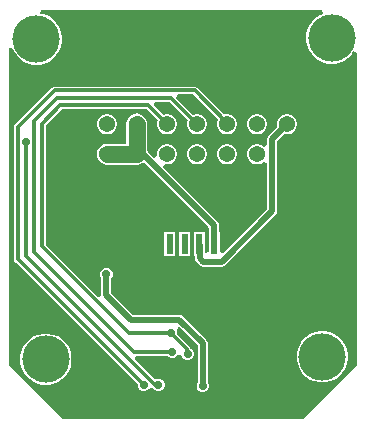
<source format=gbl>
G04*
G04 #@! TF.GenerationSoftware,Altium Limited,Altium Designer,21.6.1 (37)*
G04*
G04 Layer_Physical_Order=2*
G04 Layer_Color=16711680*
%FSLAX44Y44*%
%MOMM*%
G71*
G04*
G04 #@! TF.SameCoordinates,4ABF761C-D1B2-43E9-9F85-C7646A4A9D86*
G04*
G04*
G04 #@! TF.FilePolarity,Positive*
G04*
G01*
G75*
%ADD14R,0.6000X1.7000*%
%ADD15R,1.0000X2.7000*%
%ADD42C,0.5000*%
%ADD46C,1.4000*%
%ADD47C,0.3000*%
%ADD48C,1.3700*%
%ADD49R,1.3700X1.3700*%
%ADD50C,0.4000*%
%ADD51C,4.0000*%
%ADD52C,0.7000*%
G36*
X410669Y417451D02*
X407721Y416230D01*
X404167Y413856D01*
X401145Y410833D01*
X398770Y407279D01*
X397134Y403330D01*
X396300Y399137D01*
Y394863D01*
X397134Y390670D01*
X398770Y386721D01*
X401145Y383167D01*
X404167Y380145D01*
X407721Y377770D01*
X411670Y376134D01*
X415863Y375300D01*
X420137D01*
X424330Y376134D01*
X428279Y377770D01*
X431833Y380145D01*
X434856Y383167D01*
X436451Y385555D01*
X439451Y384645D01*
X439451Y120056D01*
X393945Y74549D01*
X190056Y74549D01*
X144549Y120056D01*
X144549Y388072D01*
X147549Y388669D01*
X148770Y385721D01*
X151145Y382167D01*
X154167Y379145D01*
X157721Y376770D01*
X161670Y375134D01*
X165863Y374300D01*
X170137D01*
X174330Y375134D01*
X178279Y376770D01*
X181833Y379145D01*
X184856Y382167D01*
X187230Y385721D01*
X188866Y389671D01*
X189700Y393863D01*
Y398138D01*
X188866Y402330D01*
X187230Y406279D01*
X184856Y409833D01*
X181833Y412856D01*
X178279Y415230D01*
X174330Y416866D01*
X171390Y417451D01*
X171685Y420451D01*
X410072D01*
X410669Y417451D01*
D02*
G37*
%LPC*%
G36*
X253000Y333025D02*
X250729Y332726D01*
X248612Y331849D01*
X246795Y330455D01*
X245401Y328638D01*
X244524Y326521D01*
X244225Y324250D01*
Y307375D01*
X227800D01*
X225529Y307076D01*
X223412Y306199D01*
X221595Y304805D01*
X220201Y302987D01*
X219324Y300871D01*
X219025Y298600D01*
X219324Y296329D01*
X220201Y294212D01*
X221595Y292395D01*
X223412Y291000D01*
X225529Y290124D01*
X227800Y289825D01*
X253100D01*
X255371Y290124D01*
X257487Y291000D01*
X258736Y291958D01*
X314218Y236476D01*
Y232450D01*
X313800D01*
Y216164D01*
X310800Y214824D01*
X310700Y214914D01*
Y232450D01*
X301300D01*
Y212050D01*
X302003D01*
Y210429D01*
X302329Y208790D01*
X303257Y207401D01*
X306186Y204472D01*
X307576Y203544D01*
X309214Y203218D01*
X325000D01*
X326639Y203544D01*
X328028Y204472D01*
X370778Y247222D01*
X371706Y248611D01*
X372032Y250250D01*
Y309776D01*
X377995Y315739D01*
X379074Y315450D01*
X381325D01*
X383500Y316033D01*
X385450Y317158D01*
X387042Y318750D01*
X388167Y320700D01*
X388750Y322874D01*
Y325126D01*
X388167Y327300D01*
X387042Y329250D01*
X385450Y330842D01*
X383500Y331967D01*
X381325Y332550D01*
X379074D01*
X376900Y331967D01*
X374950Y330842D01*
X373358Y329250D01*
X372233Y327300D01*
X371650Y325126D01*
Y322874D01*
X371939Y321795D01*
X364722Y314578D01*
X363794Y313189D01*
X363468Y311550D01*
Y306266D01*
X360468Y305024D01*
X360050Y305442D01*
X358100Y306567D01*
X355925Y307150D01*
X353674D01*
X351500Y306567D01*
X349550Y305442D01*
X347958Y303850D01*
X346833Y301900D01*
X346250Y299725D01*
Y297474D01*
X346833Y295300D01*
X347958Y293350D01*
X349550Y291758D01*
X351500Y290632D01*
X353674Y290050D01*
X355925D01*
X358100Y290632D01*
X360050Y291758D01*
X360468Y292176D01*
X363468Y290933D01*
Y252024D01*
X326200Y214756D01*
X323200Y215999D01*
Y232450D01*
X322783D01*
Y238250D01*
X322457Y239888D01*
X321528Y241278D01*
X275272Y287534D01*
X276825Y290224D01*
X277474Y290050D01*
X279725D01*
X281900Y290632D01*
X283850Y291758D01*
X285442Y293350D01*
X286567Y295300D01*
X287150Y297474D01*
Y299725D01*
X286567Y301900D01*
X285442Y303850D01*
X283850Y305442D01*
X281900Y306567D01*
X279725Y307150D01*
X277474D01*
X275300Y306567D01*
X273350Y305442D01*
X271758Y303850D01*
X270633Y301900D01*
X270050Y299725D01*
Y297474D01*
X270224Y296825D01*
X267534Y295272D01*
X262278Y300528D01*
X262206Y300889D01*
X261775Y301534D01*
Y324250D01*
X261750Y324441D01*
Y325126D01*
X261573Y325787D01*
X261476Y326521D01*
X261192Y327206D01*
X261167Y327300D01*
X261118Y327385D01*
X260599Y328638D01*
X259205Y330455D01*
X257388Y331849D01*
X255271Y332726D01*
X253000Y333025D01*
D02*
G37*
G36*
X355925Y332550D02*
X353674D01*
X351500Y331967D01*
X349550Y330842D01*
X347958Y329250D01*
X346833Y327300D01*
X346250Y325126D01*
Y322874D01*
X346833Y320700D01*
X347958Y318750D01*
X349550Y317158D01*
X351500Y316033D01*
X353674Y315450D01*
X355925D01*
X358100Y316033D01*
X360050Y317158D01*
X361642Y318750D01*
X362767Y320700D01*
X363350Y322874D01*
Y325126D01*
X362767Y327300D01*
X361642Y329250D01*
X360050Y330842D01*
X358100Y331967D01*
X355925Y332550D01*
D02*
G37*
G36*
X302000Y355763D02*
X183500D01*
X182251Y355514D01*
X181193Y354807D01*
X150093Y323707D01*
X149386Y322649D01*
X149137Y321400D01*
Y209600D01*
X149386Y208351D01*
X150093Y207293D01*
X253800Y103586D01*
Y101966D01*
X254592Y100054D01*
X256054Y98592D01*
X257966Y97800D01*
X260034D01*
X261946Y98592D01*
X262999Y99645D01*
X263444Y100066D01*
X265350Y100704D01*
X266800Y100404D01*
X266842Y100304D01*
X268304Y98842D01*
X270216Y98050D01*
X272284D01*
X274195Y98842D01*
X275658Y100304D01*
X276450Y102216D01*
Y104284D01*
X275658Y106195D01*
X274195Y107658D01*
X272284Y108450D01*
X270216D01*
X268412Y107703D01*
X251127Y124987D01*
X252369Y127987D01*
X278909D01*
X280054Y126842D01*
X281966Y126050D01*
X284034D01*
X285946Y126842D01*
X287408Y128304D01*
X287800Y129250D01*
X290800Y128653D01*
Y128416D01*
X291592Y126504D01*
X293054Y125042D01*
X294966Y124250D01*
X297034D01*
X298946Y125042D01*
X300408Y126504D01*
X301200Y128416D01*
Y130484D01*
X300408Y132396D01*
X298946Y133858D01*
X298437Y134069D01*
X298249Y135014D01*
X297542Y136072D01*
X287200Y146414D01*
Y148034D01*
X286674Y149305D01*
X287480Y151607D01*
X288072Y152524D01*
X288598Y152596D01*
X304468Y136726D01*
Y105322D01*
X304342Y105196D01*
X303550Y103284D01*
Y101216D01*
X304342Y99305D01*
X305804Y97842D01*
X307716Y97050D01*
X309784D01*
X311695Y97842D01*
X313158Y99305D01*
X313950Y101216D01*
Y103284D01*
X313158Y105196D01*
X313032Y105322D01*
Y138500D01*
X312706Y140139D01*
X311778Y141528D01*
X291778Y161528D01*
X290389Y162456D01*
X288750Y162782D01*
X249524D01*
X231532Y180774D01*
Y193678D01*
X231658Y193804D01*
X232450Y195716D01*
Y197784D01*
X231658Y199696D01*
X230196Y201158D01*
X228284Y201950D01*
X226216D01*
X224304Y201158D01*
X222842Y199696D01*
X222050Y197784D01*
Y195716D01*
X222842Y193804D01*
X222968Y193678D01*
Y179139D01*
X222656Y178855D01*
X220168Y177696D01*
X175763Y222101D01*
Y323105D01*
X189395Y336737D01*
X261248D01*
X270652Y327334D01*
X270633Y327300D01*
X270050Y325126D01*
Y322874D01*
X270633Y320700D01*
X271758Y318750D01*
X273350Y317158D01*
X275300Y316033D01*
X277474Y315450D01*
X279725D01*
X281900Y316033D01*
X283850Y317158D01*
X285442Y318750D01*
X286567Y320700D01*
X287150Y322874D01*
Y325126D01*
X286567Y327300D01*
X285442Y329250D01*
X283850Y330842D01*
X281900Y331967D01*
X279725Y332550D01*
X277474D01*
X275300Y331967D01*
X275266Y331948D01*
X267227Y339987D01*
X268469Y342987D01*
X280398D01*
X296052Y327334D01*
X296033Y327300D01*
X295450Y325126D01*
Y322874D01*
X296033Y320700D01*
X297158Y318750D01*
X298750Y317158D01*
X300700Y316033D01*
X302874Y315450D01*
X305126D01*
X307300Y316033D01*
X309250Y317158D01*
X310842Y318750D01*
X311967Y320700D01*
X312550Y322874D01*
Y325126D01*
X311967Y327300D01*
X310842Y329250D01*
X309250Y330842D01*
X307300Y331967D01*
X305126Y332550D01*
X302874D01*
X300700Y331967D01*
X300666Y331948D01*
X286376Y346237D01*
X287619Y349237D01*
X300649D01*
X321855Y328031D01*
X321433Y327300D01*
X320850Y325126D01*
Y322874D01*
X321433Y320700D01*
X322558Y318750D01*
X324150Y317158D01*
X326100Y316033D01*
X328274Y315450D01*
X330526D01*
X332700Y316033D01*
X334650Y317158D01*
X336242Y318750D01*
X337367Y320700D01*
X337950Y322874D01*
Y325126D01*
X337367Y327300D01*
X336242Y329250D01*
X334650Y330842D01*
X332700Y331967D01*
X330526Y332550D01*
X328274D01*
X326926Y332188D01*
X304307Y354807D01*
X303249Y355514D01*
X302000Y355763D01*
D02*
G37*
G36*
X228925Y332550D02*
X226674D01*
X224500Y331967D01*
X222550Y330842D01*
X220958Y329250D01*
X219833Y327300D01*
X219250Y325126D01*
Y322874D01*
X219833Y320700D01*
X220958Y318750D01*
X222550Y317158D01*
X224500Y316033D01*
X226674Y315450D01*
X228925D01*
X231100Y316033D01*
X233050Y317158D01*
X234642Y318750D01*
X235767Y320700D01*
X236350Y322874D01*
Y325126D01*
X235767Y327300D01*
X234642Y329250D01*
X233050Y330842D01*
X231100Y331967D01*
X228925Y332550D01*
D02*
G37*
G36*
X330526Y307150D02*
X328274D01*
X326100Y306567D01*
X324150Y305442D01*
X322558Y303850D01*
X321433Y301900D01*
X320850Y299725D01*
Y297474D01*
X321433Y295300D01*
X322558Y293350D01*
X324150Y291758D01*
X326100Y290632D01*
X328274Y290050D01*
X330526D01*
X332700Y290632D01*
X334650Y291758D01*
X336242Y293350D01*
X337367Y295300D01*
X337950Y297474D01*
Y299725D01*
X337367Y301900D01*
X336242Y303850D01*
X334650Y305442D01*
X332700Y306567D01*
X330526Y307150D01*
D02*
G37*
G36*
X305126D02*
X302874D01*
X300700Y306567D01*
X298750Y305442D01*
X297158Y303850D01*
X296033Y301900D01*
X295450Y299725D01*
Y297474D01*
X296033Y295300D01*
X297158Y293350D01*
X298750Y291758D01*
X300700Y290632D01*
X302874Y290050D01*
X305126D01*
X307300Y290632D01*
X309250Y291758D01*
X310842Y293350D01*
X311967Y295300D01*
X312550Y297474D01*
Y299725D01*
X311967Y301900D01*
X310842Y303850D01*
X309250Y305442D01*
X307300Y306567D01*
X305126Y307150D01*
D02*
G37*
G36*
X298200Y232450D02*
X288800D01*
Y212050D01*
X298200D01*
Y232450D01*
D02*
G37*
G36*
X285700D02*
X276300D01*
Y212050D01*
X285700D01*
Y232450D01*
D02*
G37*
G36*
X412137Y148700D02*
X407863D01*
X403671Y147866D01*
X399721Y146230D01*
X396167Y143855D01*
X393145Y140833D01*
X390770Y137279D01*
X389134Y133330D01*
X388300Y129137D01*
Y124863D01*
X389134Y120670D01*
X390770Y116721D01*
X393145Y113167D01*
X396167Y110145D01*
X399721Y107770D01*
X403671Y106134D01*
X407863Y105300D01*
X412137D01*
X416330Y106134D01*
X420279Y107770D01*
X423833Y110145D01*
X426856Y113167D01*
X429230Y116721D01*
X430866Y120670D01*
X431700Y124863D01*
Y129137D01*
X430866Y133330D01*
X429230Y137279D01*
X426856Y140833D01*
X423833Y143855D01*
X420279Y146230D01*
X416330Y147866D01*
X412137Y148700D01*
D02*
G37*
G36*
X178137Y146700D02*
X173863D01*
X169671Y145866D01*
X165721Y144230D01*
X162167Y141855D01*
X159145Y138833D01*
X156770Y135279D01*
X155134Y131330D01*
X154300Y127137D01*
Y122863D01*
X155134Y118670D01*
X156770Y114721D01*
X159145Y111167D01*
X162167Y108145D01*
X165721Y105770D01*
X169671Y104134D01*
X173863Y103300D01*
X178137D01*
X182330Y104134D01*
X186279Y105770D01*
X189833Y108145D01*
X192856Y111167D01*
X195230Y114721D01*
X196866Y118670D01*
X197700Y122863D01*
Y127137D01*
X196866Y131330D01*
X195230Y135279D01*
X192856Y138833D01*
X189833Y141855D01*
X186279Y144230D01*
X182330Y145866D01*
X178137Y146700D01*
D02*
G37*
%LPD*%
D14*
X318500Y222250D02*
D03*
X306000D02*
D03*
X293500D02*
D03*
X281000D02*
D03*
X268500D02*
D03*
D15*
X250000Y190250D02*
D03*
X337000D02*
D03*
D42*
X367750Y311550D02*
X380200Y324000D01*
X367750Y250250D02*
Y311550D01*
X325000Y207500D02*
X367750Y250250D01*
X258250Y298500D02*
Y299250D01*
X268197Y222553D02*
Y234053D01*
X207250Y295000D02*
X268197Y234053D01*
Y222553D02*
X268500Y222250D01*
X227250Y179000D02*
Y196500D01*
Y179000D02*
X247750Y158500D01*
X288750D01*
X308750Y138500D01*
Y102250D02*
Y138500D01*
X306285Y210429D02*
X309214Y207500D01*
X306285Y210429D02*
Y221965D01*
X306000Y222250D02*
X306285Y221965D01*
X309214Y207500D02*
X325000D01*
X318500Y222250D02*
Y238250D01*
X258250Y298500D02*
X318500Y238250D01*
D46*
X253000Y299250D02*
Y324250D01*
X227800Y298600D02*
X253100D01*
D47*
X165800Y326550D02*
X185500Y346250D01*
X281750D02*
X304000Y324000D01*
X185500Y346250D02*
X281750D01*
X152400Y321400D02*
X183500Y352500D01*
X302000D02*
X328500Y326000D01*
X183500Y352500D02*
X302000D01*
X165800Y215700D02*
Y326550D01*
X152400Y209600D02*
Y321400D01*
X172500Y324456D02*
X188043Y340000D01*
X172500Y220750D02*
Y324456D01*
Y220750D02*
X246250Y147000D01*
X282000D01*
X250250Y131250D02*
X283000D01*
X165800Y215700D02*
X250250Y131250D01*
X270485Y104015D02*
X271250Y103250D01*
X159550Y211950D02*
X267485Y104015D01*
X159550Y211950D02*
Y308050D01*
X267485Y104015D02*
X270485D01*
X152400Y209600D02*
X259000Y103000D01*
X159100Y308500D02*
X159550Y308050D01*
X188043Y340000D02*
X262600D01*
X277850Y324750D01*
X295235Y130216D02*
X296000Y129450D01*
X282000Y147000D02*
X295235Y133765D01*
Y130216D02*
Y133765D01*
D48*
X380200Y298600D02*
D03*
Y324000D02*
D03*
X354800Y298600D02*
D03*
Y324000D02*
D03*
X329400Y298600D02*
D03*
Y324000D02*
D03*
X304000Y298600D02*
D03*
Y324000D02*
D03*
X278600Y298600D02*
D03*
Y324000D02*
D03*
X253200Y298600D02*
D03*
Y324000D02*
D03*
X227800Y298600D02*
D03*
Y324000D02*
D03*
X202400Y298600D02*
D03*
D49*
Y324000D02*
D03*
D50*
X399000Y243500D02*
D03*
Y228500D02*
D03*
X384000D02*
D03*
Y243500D02*
D03*
X414000D02*
D03*
Y228500D02*
D03*
D51*
X418000Y397000D02*
D03*
X410000Y127000D02*
D03*
X176000Y125000D02*
D03*
X168000Y396000D02*
D03*
D52*
X432000Y362000D02*
D03*
Y334000D02*
D03*
Y278000D02*
D03*
Y250000D02*
D03*
Y194000D02*
D03*
Y166000D02*
D03*
X418000Y362000D02*
D03*
X425000Y348000D02*
D03*
Y236000D02*
D03*
X418000Y194000D02*
D03*
X425000Y180000D02*
D03*
X418000Y166000D02*
D03*
X425000Y152000D02*
D03*
X404000Y362000D02*
D03*
X411000Y348000D02*
D03*
Y320000D02*
D03*
X404000Y194000D02*
D03*
X411000Y180000D02*
D03*
X404000Y166000D02*
D03*
X390000Y390000D02*
D03*
X397000Y376000D02*
D03*
X390000Y362000D02*
D03*
X397000Y348000D02*
D03*
Y320000D02*
D03*
X390000Y306000D02*
D03*
Y278000D02*
D03*
X397000Y152000D02*
D03*
X390000Y110000D02*
D03*
X397000Y96000D02*
D03*
X390000Y82000D02*
D03*
X383000Y404000D02*
D03*
X376000Y390000D02*
D03*
X383000Y376000D02*
D03*
X376000Y362000D02*
D03*
X383000Y348000D02*
D03*
X376000Y278000D02*
D03*
Y138000D02*
D03*
X383000Y124000D02*
D03*
X376000Y110000D02*
D03*
X383000Y96000D02*
D03*
X376000Y82000D02*
D03*
X369000Y404000D02*
D03*
X362000Y390000D02*
D03*
X369000Y376000D02*
D03*
X362000Y362000D02*
D03*
X369000Y348000D02*
D03*
X362000Y138000D02*
D03*
X369000Y124000D02*
D03*
Y96000D02*
D03*
X362000Y82000D02*
D03*
X355000Y404000D02*
D03*
X348000Y390000D02*
D03*
X355000Y376000D02*
D03*
X348000Y362000D02*
D03*
X355000Y348000D02*
D03*
X348000Y166000D02*
D03*
Y138000D02*
D03*
X341000Y404000D02*
D03*
X334000Y390000D02*
D03*
X341000Y376000D02*
D03*
X334000Y362000D02*
D03*
X341000Y348000D02*
D03*
Y320000D02*
D03*
Y292000D02*
D03*
Y236000D02*
D03*
Y152000D02*
D03*
X334000Y110000D02*
D03*
X327000Y404000D02*
D03*
X320000Y390000D02*
D03*
X327000Y376000D02*
D03*
X320000Y362000D02*
D03*
X327000Y348000D02*
D03*
Y236000D02*
D03*
Y96000D02*
D03*
X320000Y82000D02*
D03*
X313000Y404000D02*
D03*
X306000Y390000D02*
D03*
X313000Y376000D02*
D03*
X306000Y362000D02*
D03*
Y82000D02*
D03*
X299000Y404000D02*
D03*
X292000Y390000D02*
D03*
X299000Y376000D02*
D03*
X292000Y362000D02*
D03*
Y306000D02*
D03*
X299000Y236000D02*
D03*
Y96000D02*
D03*
X292000Y82000D02*
D03*
X285000Y404000D02*
D03*
X278000Y390000D02*
D03*
X285000Y376000D02*
D03*
X278000Y362000D02*
D03*
X285000Y96000D02*
D03*
X278000Y82000D02*
D03*
X271000Y404000D02*
D03*
X264000Y390000D02*
D03*
X271000Y376000D02*
D03*
X264000Y362000D02*
D03*
Y82000D02*
D03*
X257000Y404000D02*
D03*
X250000Y390000D02*
D03*
X257000Y376000D02*
D03*
X250000Y362000D02*
D03*
X243000Y404000D02*
D03*
X236000Y390000D02*
D03*
X243000Y376000D02*
D03*
X236000Y362000D02*
D03*
X229000Y404000D02*
D03*
X222000Y390000D02*
D03*
X229000Y376000D02*
D03*
X222000Y362000D02*
D03*
Y82000D02*
D03*
X215000Y404000D02*
D03*
X208000Y390000D02*
D03*
X215000Y376000D02*
D03*
X208000Y362000D02*
D03*
X215000Y320000D02*
D03*
Y292000D02*
D03*
X208000Y138000D02*
D03*
X215000Y124000D02*
D03*
X208000Y110000D02*
D03*
X215000Y96000D02*
D03*
X208000Y82000D02*
D03*
X201000Y404000D02*
D03*
X194000Y390000D02*
D03*
X201000Y376000D02*
D03*
X194000Y362000D02*
D03*
X201000Y96000D02*
D03*
X194000Y82000D02*
D03*
X187000Y376000D02*
D03*
X180000Y362000D02*
D03*
X187000Y320000D02*
D03*
X180000Y306000D02*
D03*
X187000Y292000D02*
D03*
X180000Y278000D02*
D03*
X187000Y264000D02*
D03*
X180000Y250000D02*
D03*
X187000Y236000D02*
D03*
X180000Y166000D02*
D03*
X187000Y152000D02*
D03*
Y96000D02*
D03*
X166000Y362000D02*
D03*
Y166000D02*
D03*
X173000Y152000D02*
D03*
X152000Y362000D02*
D03*
X159000Y348000D02*
D03*
X152000Y334000D02*
D03*
Y194000D02*
D03*
X159000Y180000D02*
D03*
X152000Y166000D02*
D03*
X159000Y152000D02*
D03*
X152000Y138000D02*
D03*
X227250Y196750D02*
D03*
X259000Y103000D02*
D03*
X159100Y308500D02*
D03*
X296000Y129450D02*
D03*
X282000Y147000D02*
D03*
X283000Y131250D02*
D03*
X308750Y102250D02*
D03*
X271250Y103250D02*
D03*
M02*

</source>
